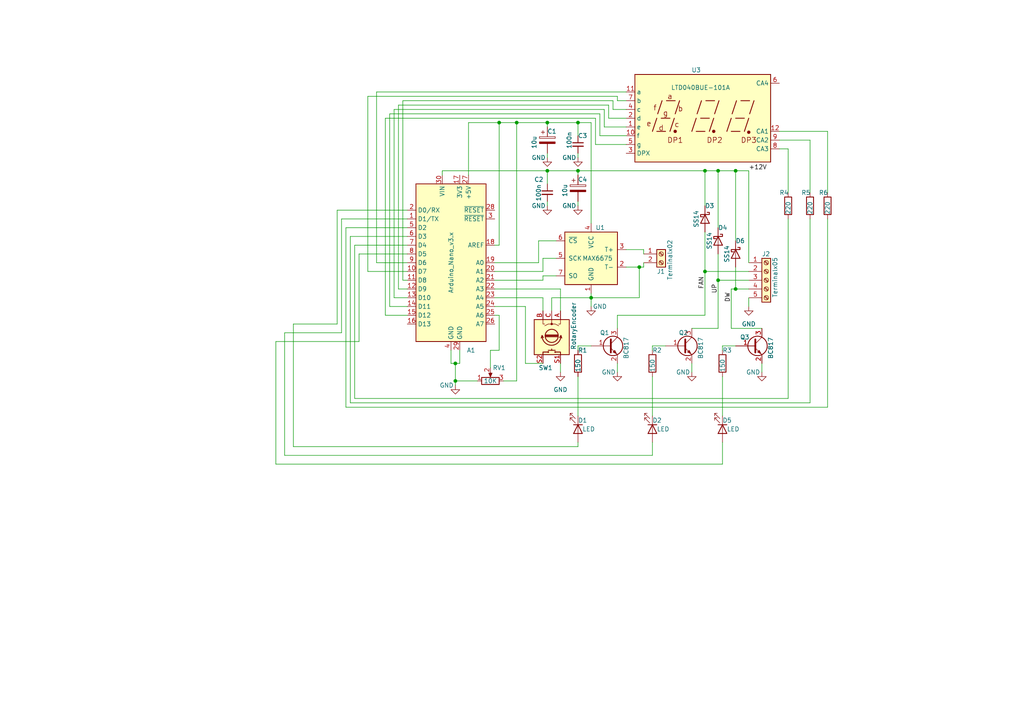
<source format=kicad_sch>
(kicad_sch (version 20211123) (generator eeschema)
  (paper "A4")
  (lib_symbols
    (symbol "Connector:Screw_Terminal_01x02" (pin_names (offset 1.016) hide)
      (property "Reference" "J" (at 0 2.54 0))
      (property "Value" "Screw_Terminal_01x02" (at 0 -5.08 0))
      (symbol "Screw_Terminal_01x02_1_1"
        (rectangle (start -1.27 1.27) (end 1.27 -3.81) (stroke (width 0.254)) (fill (type background)))
        (circle (center 0 -2.54) (radius 0.635) (stroke (width 0.1524)))
        (polyline (pts (xy -0.5334 -2.2098) (xy 0.3302 -3.048)) (stroke (width 0.1524)))
        (polyline (pts (xy -0.5334 0.3302) (xy 0.3302 -0.508)) (stroke (width 0.1524)))
        (polyline (pts (xy -0.3556 -2.032) (xy 0.508 -2.8702)) (stroke (width 0.1524)))
        (polyline (pts (xy -0.3556 0.508) (xy 0.508 -0.3302)) (stroke (width 0.1524)))
        (circle (center 0 0) (radius 0.635) (stroke (width 0.1524)))
        (pin passive line (at -5.08 0 0) (length 3.81) (name "Pin_1") (number "1"))
        (pin passive line (at -5.08 -2.54 0) (length 3.81) (name "Pin_2") (number "2"))
      )
    )
    (symbol "Connector:Screw_Terminal_01x05" (pin_names (offset 1.016) hide)
      (property "Reference" "J" (at 0 7.62 0))
      (property "Value" "Screw_Terminal_01x05" (at 0 -7.62 0))
      (symbol "Screw_Terminal_01x05_1_1"
        (rectangle (start -1.27 6.35) (end 1.27 -6.35) (stroke (width 0.254)) (fill (type background)))
        (circle (center 0 -5.08) (radius 0.635) (stroke (width 0.1524)))
        (circle (center 0 -2.54) (radius 0.635) (stroke (width 0.1524)))
        (polyline (pts (xy -0.5334 -4.7498) (xy 0.3302 -5.588)) (stroke (width 0.1524)))
        (polyline (pts (xy -0.5334 -2.2098) (xy 0.3302 -3.048)) (stroke (width 0.1524)))
        (polyline (pts (xy -0.5334 0.3302) (xy 0.3302 -0.508)) (stroke (width 0.1524)))
        (polyline (pts (xy -0.5334 2.8702) (xy 0.3302 2.032)) (stroke (width 0.1524)))
        (polyline (pts (xy -0.5334 5.4102) (xy 0.3302 4.572)) (stroke (width 0.1524)))
        (polyline (pts (xy -0.3556 -4.572) (xy 0.508 -5.4102)) (stroke (width 0.1524)))
        (polyline (pts (xy -0.3556 -2.032) (xy 0.508 -2.8702)) (stroke (width 0.1524)))
        (polyline (pts (xy -0.3556 0.508) (xy 0.508 -0.3302)) (stroke (width 0.1524)))
        (polyline (pts (xy -0.3556 3.048) (xy 0.508 2.2098)) (stroke (width 0.1524)))
        (polyline (pts (xy -0.3556 5.588) (xy 0.508 4.7498)) (stroke (width 0.1524)))
        (circle (center 0 0) (radius 0.635) (stroke (width 0.1524)))
        (circle (center 0 2.54) (radius 0.635) (stroke (width 0.1524)))
        (circle (center 0 5.08) (radius 0.635) (stroke (width 0.1524)))
        (pin passive line (at -5.08 5.08 0) (length 3.81) (name "Pin_1") (number "1"))
        (pin passive line (at -5.08 2.54 0) (length 3.81) (name "Pin_2") (number "2"))
        (pin passive line (at -5.08 0 0) (length 3.81) (name "Pin_3") (number "3"))
        (pin passive line (at -5.08 -2.54 0) (length 3.81) (name "Pin_4") (number "4"))
        (pin passive line (at -5.08 -5.08 0) (length 3.81) (name "Pin_5") (number "5"))
      )
    )
    (symbol "Device:C_Polarized" (pin_numbers hide) (pin_names (offset 0.254))
      (property "Reference" "C" (at 0.635 2.54 0))
      (property "Value" "C_Polarized" (at 0.635 -2.54 0))
      (symbol "C_Polarized_0_1"
        (rectangle (start -2.286 0.508) (end 2.286 1.016))
        (polyline (pts (xy -1.778 2.286) (xy -0.762 2.286)))
        (polyline (pts (xy -1.27 2.794) (xy -1.27 1.778)))
        (rectangle (start 2.286 -0.508) (end -2.286 -1.016) (fill (type outline)))
      )
      (symbol "C_Polarized_1_1"
        (pin passive line (at 0 3.81 270) (length 2.794) (name "~") (number "1"))
        (pin passive line (at 0 -3.81 90) (length 2.794) (name "~") (number "2"))
      )
    )
    (symbol "Device:C_Small" (pin_numbers hide) (pin_names (offset 0.254) hide)
      (property "Reference" "C" (at 0.254 1.778 0))
      (property "Value" "C_Small" (at 0.254 -2.032 0))
      (symbol "C_Small_0_1"
        (polyline (pts (xy -1.524 -0.508) (xy 1.524 -0.508)) (stroke (width 0.3302)))
        (polyline (pts (xy -1.524 0.508) (xy 1.524 0.508)) (stroke (width 0.3048)))
      )
      (symbol "C_Small_1_1"
        (pin passive line (at 0 2.54 270) (length 2.032) (name "~") (number "1"))
        (pin passive line (at 0 -2.54 90) (length 2.032) (name "~") (number "2"))
      )
    )
    (symbol "Device:D_Schottky" (pin_numbers hide) (pin_names (offset 1.016) hide)
      (property "Reference" "D" (at 0 2.54 0))
      (property "Value" "D_Schottky" (at 0 -2.54 0))
      (symbol "D_Schottky_0_1"
        (polyline (pts (xy 1.27 0) (xy -1.27 0)))
        (polyline (pts (xy 1.27 1.27) (xy 1.27 -1.27) (xy -1.27 0) (xy 1.27 1.27)) (stroke (width 0.254)))
        (polyline (pts (xy -1.905 0.635) (xy -1.905 1.27) (xy -1.27 1.27) (xy -1.27 -1.27) (xy -0.635 -1.27) (xy -0.635 -0.635)) (stroke (width 0.254)))
      )
      (symbol "D_Schottky_1_1"
        (pin passive line (at -3.81 0 0) (length 2.54) (name "K") (number "1"))
        (pin passive line (at 3.81 0 180) (length 2.54) (name "A") (number "2"))
      )
    )
    (symbol "Device:LED" (pin_numbers hide) (pin_names (offset 1.016) hide)
      (property "Reference" "D" (at 0 2.54 0))
      (property "Value" "LED" (at 0 -2.54 0))
      (symbol "LED_0_1"
        (polyline (pts (xy -1.27 -1.27) (xy -1.27 1.27)) (stroke (width 0.254)))
        (polyline (pts (xy -1.27 0) (xy 1.27 0)))
        (polyline (pts (xy 1.27 -1.27) (xy 1.27 1.27) (xy -1.27 0) (xy 1.27 -1.27)) (stroke (width 0.254)))
        (polyline (pts (xy -3.048 -0.762) (xy -4.572 -2.286) (xy -3.81 -2.286) (xy -4.572 -2.286) (xy -4.572 -1.524)))
        (polyline (pts (xy -1.778 -0.762) (xy -3.302 -2.286) (xy -2.54 -2.286) (xy -3.302 -2.286) (xy -3.302 -1.524)))
      )
      (symbol "LED_1_1"
        (pin passive line (at -3.81 0 0) (length 2.54) (name "K") (number "1"))
        (pin passive line (at 3.81 0 180) (length 2.54) (name "A") (number "2"))
      )
    )
    (symbol "Device:R" (pin_numbers hide) (pin_names (offset 0))
      (property "Reference" "R" (at 2.032 0 90))
      (property "Value" "R" (at 0 0 90))
      (symbol "R_0_1"
        (rectangle (start -1.016 -2.54) (end 1.016 2.54) (stroke (width 0.254)))
      )
      (symbol "R_1_1"
        (pin passive line (at 0 3.81 270) (length 1.27) (name "~") (number "1"))
        (pin passive line (at 0 -3.81 90) (length 1.27) (name "~") (number "2"))
      )
    )
    (symbol "Device:R_Potentiometer" (pin_names (offset 1.016) hide)
      (property "Reference" "RV" (at -4.445 0 90))
      (property "Value" "R_Potentiometer" (at -2.54 0 90))
      (symbol "R_Potentiometer_0_1"
        (polyline (pts (xy 2.54 0) (xy 1.524 0)))
        (polyline (pts (xy 1.143 0) (xy 2.286 0.508) (xy 2.286 -0.508) (xy 1.143 0)) (fill (type outline)))
        (rectangle (start 1.016 2.54) (end -1.016 -2.54) (stroke (width 0.254)))
      )
      (symbol "R_Potentiometer_1_1"
        (pin passive line (at 0 3.81 270) (length 1.27) (name "1") (number "1"))
        (pin passive line (at 3.81 0 180) (length 1.27) (name "2") (number "2"))
        (pin passive line (at 0 -3.81 90) (length 1.27) (name "3") (number "3"))
      )
    )
    (symbol "Device:RotaryEncoder_Switch" (pin_names (offset 0.254) hide)
      (property "Reference" "SW" (at 0 6.604 0))
      (property "Value" "RotaryEncoder_Switch" (at 0 -6.604 0))
      (symbol "RotaryEncoder_Switch_0_1"
        (rectangle (start -5.08 5.08) (end 5.08 -5.08) (stroke (width 0.254)) (fill (type background)))
        (circle (center -3.81 0) (radius 0.254) (fill (type outline)))
        (arc (start -0.381 -2.794) (mid 2.3622 -0.0508) (end -0.381 2.667) (stroke (width 0.254)))
        (circle (center -0.381 0) (radius 1.905) (stroke (width 0.254)))
        (polyline (pts (xy -0.635 -1.778) (xy -0.635 1.778)) (stroke (width 0.254)))
        (polyline (pts (xy -0.381 -1.778) (xy -0.381 1.778)) (stroke (width 0.254)))
        (polyline (pts (xy -0.127 1.778) (xy -0.127 -1.778)) (stroke (width 0.254)))
        (polyline (pts (xy 3.81 0) (xy 3.429 0)) (stroke (width 0.254)))
        (polyline (pts (xy 3.81 1.016) (xy 3.81 -1.016)) (stroke (width 0.254)))
        (polyline (pts (xy -5.08 -2.54) (xy -3.81 -2.54) (xy -3.81 -2.032)))
        (polyline (pts (xy -5.08 2.54) (xy -3.81 2.54) (xy -3.81 2.032)))
        (polyline (pts (xy 0.254 -3.048) (xy -0.508 -2.794) (xy 0.127 -2.413)) (stroke (width 0.254)))
        (polyline (pts (xy 0.254 2.921) (xy -0.508 2.667) (xy 0.127 2.286)) (stroke (width 0.254)))
        (polyline (pts (xy 5.08 -2.54) (xy 4.318 -2.54) (xy 4.318 -1.016)) (stroke (width 0.254)))
        (polyline (pts (xy 5.08 2.54) (xy 4.318 2.54) (xy 4.318 1.016)) (stroke (width 0.254)))
        (polyline (pts (xy -5.08 0) (xy -3.81 0) (xy -3.81 -1.016) (xy -3.302 -2.032)))
        (polyline (pts (xy -4.318 0) (xy -3.81 0) (xy -3.81 1.016) (xy -3.302 2.032)))
        (circle (center 4.318 -1.016) (radius 0.127) (stroke (width 0.254)))
        (circle (center 4.318 1.016) (radius 0.127) (stroke (width 0.254)))
      )
      (symbol "RotaryEncoder_Switch_1_1"
        (pin passive line (at -7.62 2.54 0) (length 2.54) (name "A") (number "A"))
        (pin passive line (at -7.62 -2.54 0) (length 2.54) (name "B") (number "B"))
        (pin passive line (at -7.62 0 0) (length 2.54) (name "C") (number "C"))
        (pin passive line (at 7.62 2.54 180) (length 2.54) (name "S1") (number "S1"))
        (pin passive line (at 7.62 -2.54 180) (length 2.54) (name "S2") (number "S2"))
      )
    )
    (symbol "Display_Character:CA56-12SRWA"
      (property "Reference" "U?" (at -5.715 17.78 0))
      (property "Value" "LTD040BUE-101A" (at -5.715 15.24 0))
      (symbol "CA56-12SRWA_0_0"
        (rectangle (start -25.4 12.7) (end 13.97 -12.7) (stroke (width 0.254)) (fill (type background)))
        (polyline (pts (xy -20.32 -3.81) (xy -19.05 0)) (stroke (width 0.254)))
        (polyline (pts (xy -19.05 -3.81) (xy -16.51 -3.81)) (stroke (width 0.254)))
        (polyline (pts (xy -18.796 1.27) (xy -17.526 5.08)) (stroke (width 0.254)))
        (polyline (pts (xy -17.78 0) (xy -15.24 0)) (stroke (width 0.254)))
        (polyline (pts (xy -16.256 5.08) (xy -13.716 5.08)) (stroke (width 0.254)))
        (polyline (pts (xy -15.24 -3.81) (xy -13.97 0)) (stroke (width 0.254)))
        (polyline (pts (xy -13.716 1.27) (xy -12.446 5.08)) (stroke (width 0.254)))
        (polyline (pts (xy -8.89 -3.81) (xy -7.62 0)) (stroke (width 0.254)))
        (polyline (pts (xy -7.62 -3.81) (xy -5.08 -3.81)) (stroke (width 0.254)))
        (polyline (pts (xy -7.366 1.27) (xy -6.096 5.08)) (stroke (width 0.254)))
        (polyline (pts (xy -6.35 0) (xy -3.81 0)) (stroke (width 0.254)))
        (polyline (pts (xy -4.826 5.08) (xy -2.286 5.08)) (stroke (width 0.254)))
        (polyline (pts (xy -3.81 -3.81) (xy -2.54 0)) (stroke (width 0.254)))
        (polyline (pts (xy -2.286 1.27) (xy -1.016 5.08)) (stroke (width 0.254)))
        (polyline (pts (xy 1.27 -3.81) (xy 2.54 0)) (stroke (width 0.254)))
        (polyline (pts (xy 2.54 -3.81) (xy 5.08 -3.81)) (stroke (width 0.254)))
        (polyline (pts (xy 2.794 1.27) (xy 4.064 5.08)) (stroke (width 0.254)))
        (polyline (pts (xy 3.81 0) (xy 6.35 0)) (stroke (width 0.254)))
        (polyline (pts (xy 5.334 5.08) (xy 7.874 5.08)) (stroke (width 0.254)))
        (polyline (pts (xy 6.35 -3.81) (xy 7.62 0)) (stroke (width 0.254)))
        (polyline (pts (xy 7.874 1.27) (xy 9.144 5.08)) (stroke (width 0.254)))
        (text "a" (at -15.24 6.35 0) (effects (font (size 1.524 1.524))))
        (text "b" (at -12.192 2.794 0) (effects (font (size 1.524 1.524))))
        (text "c" (at -13.208 -1.778 0) (effects (font (size 1.524 1.524))))
        (text "d" (at -17.78 -2.794 0) (effects (font (size 1.524 1.524))))
        (text "DP1" (at -13.716 -6.35 0) (effects (font (size 1.524 1.524))))
        (text "DP2" (at -2.286 -6.35 0) (effects (font (size 1.524 1.524))))
        (text "DP3" (at 7.62 -6.35 0) (effects (font (size 1.524 1.524))))
        (text "e" (at -21.336 -1.524 0) (effects (font (size 1.524 1.524))))
        (text "f" (at -19.558 3.048 0) (effects (font (size 1.524 1.524))))
        (text "g" (at -16.51 1.524 0) (effects (font (size 1.524 1.524))))
      )
      (symbol "CA56-12SRWA_0_1"
        (circle (center -13.716 -3.81) (radius 0.3556) (stroke (width 0.254)) (fill (type outline)))
        (circle (center -2.54 -3.81) (radius 0.3556) (stroke (width 0.254)) (fill (type outline)))
      )
      (symbol "CA56-12SRWA_1_0"
        (circle (center 7.62 -4.064) (radius 0.3556) (stroke (width 0.254)) (fill (type outline)))
      )
      (symbol "CA56-12SRWA_1_1"
        (pin input line (at -27.94 -2.54 0) (length 2.54) (name "e") (number "1"))
        (pin input line (at -27.94 -5.08 0) (length 2.54) (name "f") (number "10"))
        (pin input line (at -27.94 7.62 0) (length 2.54) (name "a") (number "11"))
        (pin input line (at 16.51 -3.81 180) (length 2.54) (name "CA1") (number "12"))
        (pin input line (at -27.94 0 0) (length 2.54) (name "d") (number "2"))
        (pin input line (at -27.94 -10.16 0) (length 2.54) (name "DPX") (number "3"))
        (pin input line (at -27.94 2.54 0) (length 2.54) (name "c") (number "4"))
        (pin input line (at -27.94 -7.62 0) (length 2.54) (name "g") (number "5"))
        (pin input line (at 16.51 10.16 180) (length 2.54) (name "CA4") (number "6"))
        (pin input line (at -27.94 5.08 0) (length 2.54) (name "b") (number "7"))
        (pin input line (at 16.51 -8.89 180) (length 2.54) (name "CA3") (number "8"))
        (pin input line (at 16.51 -6.35 180) (length 2.54) (name "CA2") (number "9"))
      )
    )
    (symbol "MCU_Module:Arduino_Nano_v3.x"
      (property "Reference" "A" (at -10.16 23.495 0))
      (property "Value" "Arduino_Nano_v3.x" (at 5.08 -24.13 0))
      (symbol "Arduino_Nano_v3.x_0_1"
        (rectangle (start -10.16 22.86) (end 10.16 -22.86) (stroke (width 0.254)) (fill (type background)))
      )
      (symbol "Arduino_Nano_v3.x_1_1"
        (pin bidirectional line (at -12.7 12.7 0) (length 2.54) (name "D1/TX") (number "1"))
        (pin bidirectional line (at -12.7 -2.54 0) (length 2.54) (name "D7") (number "10"))
        (pin bidirectional line (at -12.7 -5.08 0) (length 2.54) (name "D8") (number "11"))
        (pin bidirectional line (at -12.7 -7.62 0) (length 2.54) (name "D9") (number "12"))
        (pin bidirectional line (at -12.7 -10.16 0) (length 2.54) (name "D10") (number "13"))
        (pin bidirectional line (at -12.7 -12.7 0) (length 2.54) (name "D11") (number "14"))
        (pin bidirectional line (at -12.7 -15.24 0) (length 2.54) (name "D12") (number "15"))
        (pin bidirectional line (at -12.7 -17.78 0) (length 2.54) (name "D13") (number "16"))
        (pin power_out line (at 2.54 25.4 270) (length 2.54) (name "3V3") (number "17"))
        (pin input line (at 12.7 5.08 180) (length 2.54) (name "AREF") (number "18"))
        (pin bidirectional line (at 12.7 0 180) (length 2.54) (name "A0") (number "19"))
        (pin bidirectional line (at -12.7 15.24 0) (length 2.54) (name "D0/RX") (number "2"))
        (pin bidirectional line (at 12.7 -2.54 180) (length 2.54) (name "A1") (number "20"))
        (pin bidirectional line (at 12.7 -5.08 180) (length 2.54) (name "A2") (number "21"))
        (pin bidirectional line (at 12.7 -7.62 180) (length 2.54) (name "A3") (number "22"))
        (pin bidirectional line (at 12.7 -10.16 180) (length 2.54) (name "A4") (number "23"))
        (pin bidirectional line (at 12.7 -12.7 180) (length 2.54) (name "A5") (number "24"))
        (pin bidirectional line (at 12.7 -15.24 180) (length 2.54) (name "A6") (number "25"))
        (pin bidirectional line (at 12.7 -17.78 180) (length 2.54) (name "A7") (number "26"))
        (pin power_out line (at 5.08 25.4 270) (length 2.54) (name "+5V") (number "27"))
        (pin input line (at 12.7 15.24 180) (length 2.54) (name "~{RESET}") (number "28"))
        (pin power_in line (at 2.54 -25.4 90) (length 2.54) (name "GND") (number "29"))
        (pin input line (at 12.7 12.7 180) (length 2.54) (name "~{RESET}") (number "3"))
        (pin power_in line (at -2.54 25.4 270) (length 2.54) (name "VIN") (number "30"))
        (pin power_in line (at 0 -25.4 90) (length 2.54) (name "GND") (number "4"))
        (pin bidirectional line (at -12.7 10.16 0) (length 2.54) (name "D2") (number "5"))
        (pin bidirectional line (at -12.7 7.62 0) (length 2.54) (name "D3") (number "6"))
        (pin bidirectional line (at -12.7 5.08 0) (length 2.54) (name "D4") (number "7"))
        (pin bidirectional line (at -12.7 2.54 0) (length 2.54) (name "D5") (number "8"))
        (pin bidirectional line (at -12.7 0 0) (length 2.54) (name "D6") (number "9"))
      )
    )
    (symbol "Sensor_Temperature:MAX31855KASA" (pin_names (offset 1.016))
      (property "Reference" "U?" (at 0.5206 12.7 0))
      (property "Value" "MAX31855KASA" (at 0.5206 10.16 0))
      (symbol "MAX31855KASA_0_1"
        (rectangle (start -7.62 7.62) (end 7.62 -7.62) (stroke (width 0.254)) (fill (type background)))
      )
      (symbol "MAX31855KASA_1_1"
        (pin power_in line (at 0 -10.16 90) (length 2.54) (name "GND") (number "1"))
        (pin passive line (at -10.16 -2.54 0) (length 2.54) (name "T-") (number "2"))
        (pin passive line (at -10.16 2.54 0) (length 2.54) (name "T+") (number "3"))
        (pin power_in line (at 0 10.16 270) (length 2.54) (name "VCC") (number "4"))
        (pin input line (at 10.16 0 180) (length 2.54) (name "SCK") (number "5"))
        (pin input line (at 10.16 5.08 180) (length 2.54) (name "~{CS}") (number "6"))
        (pin tri_state line (at 10.16 -5.08 180) (length 2.54) (name "SO") (number "7"))
      )
    )
    (symbol "Transistor_BJT:BC817" (pin_names (offset 0) hide)
      (property "Reference" "Q" (at 5.08 1.905 0))
      (property "Value" "BC817" (at 5.08 0 0))
      (symbol "BC817_0_1"
        (polyline (pts (xy 0.635 0.635) (xy 2.54 2.54)))
        (polyline (pts (xy 0.635 -0.635) (xy 2.54 -2.54) (xy 2.54 -2.54)))
        (polyline (pts (xy 0.635 1.905) (xy 0.635 -1.905) (xy 0.635 -1.905)) (stroke (width 0.508)))
        (polyline (pts (xy 1.27 -1.778) (xy 1.778 -1.27) (xy 2.286 -2.286) (xy 1.27 -1.778) (xy 1.27 -1.778)) (fill (type outline)))
        (circle (center 1.27 0) (radius 2.8194) (stroke (width 0.254)))
      )
      (symbol "BC817_1_1"
        (pin input line (at -5.08 0 0) (length 5.715) (name "B") (number "1"))
        (pin passive line (at 2.54 -5.08 90) (length 2.54) (name "E") (number "2"))
        (pin passive line (at 2.54 5.08 270) (length 2.54) (name "C") (number "3"))
      )
    )
    (symbol "power:GND" (power) (pin_names (offset 0))
      (property "Value" "GND" (at 0 -3.81 0))
      (symbol "GND_0_1"
        (polyline (pts (xy 0 0) (xy 0 -1.27) (xy 1.27 -1.27) (xy 0 -2.54) (xy -1.27 -1.27) (xy 0 -1.27)))
      )
      (symbol "GND_1_1"
        (pin power_in line (at 0 0 270) (length 0) hide (name "GND") (number "1"))
      )
    )
  )
  (junction (at 149.86 35.56))
  (junction (at 132.08 105.41))
  (junction (at 167.64 35.56))
  (junction (at 208.28 81.28))
  (junction (at 204.47 78.74))
  (junction (at 144.78 35.56))
  (junction (at 208.28 49.53))
  (junction (at 132.08 110.49))
  (junction (at 158.75 35.56))
  (junction (at 185.42 77.47))
  (junction (at 158.75 49.53))
  (junction (at 213.36 49.53))
  (junction (at 213.36 83.82))
  (junction (at 171.45 86.36))
  (junction (at 204.47 49.53))
  (junction (at 167.64 49.53))
  (wire (pts (xy 228.6 43.18) (xy 226.06 43.18)))
  (wire (pts (xy 104.14 73.66) (xy 118.11 73.66)))
  (wire (pts (xy 116.84 81.28) (xy 118.11 81.28)))
  (wire (pts (xy 234.95 40.64) (xy 226.06 40.64)))
  (wire (pts (xy 158.75 35.56) (xy 158.75 36.83)))
  (wire (pts (xy 157.48 80.01) (xy 157.48 81.28)))
  (wire (pts (xy 213.36 100.33) (xy 209.55 100.33)))
  (wire (pts (xy 171.45 35.56) (xy 171.45 64.77)))
  (wire (pts (xy 181.61 31.75) (xy 177.8 31.75)))
  (wire (pts (xy 240.03 38.1) (xy 240.03 55.88)))
  (wire (pts (xy 142.24 101.6) (xy 142.24 106.68)))
  (wire (pts (xy 209.55 128.27) (xy 209.55 134.62)))
  (wire (pts (xy 118.11 76.2) (xy 109.22 76.2)))
  (wire (pts (xy 172.72 34.29) (xy 111.76 34.29)))
  (wire (pts (xy 118.11 66.04) (xy 100.33 66.04)))
  (wire (pts (xy 149.86 35.56) (xy 158.75 35.56)))
  (wire (pts (xy 212.09 83.82) (xy 213.36 83.82)))
  (wire (pts (xy 162.56 105.41) (xy 162.56 107.95)))
  (wire (pts (xy 144.78 101.6) (xy 142.24 101.6)))
  (wire (pts (xy 118.11 60.96) (xy 97.79 60.96)))
  (wire (pts (xy 204.47 91.44) (xy 204.47 78.74)))
  (wire (pts (xy 82.55 132.08) (xy 82.55 96.52)))
  (wire (pts (xy 176.53 30.48) (xy 115.57 30.48)))
  (wire (pts (xy 113.03 88.9) (xy 118.11 88.9)))
  (wire (pts (xy 226.06 38.1) (xy 240.03 38.1)))
  (wire (pts (xy 212.09 95.25) (xy 212.09 83.82)))
  (wire (pts (xy 133.35 101.6) (xy 133.35 105.41)))
  (wire (pts (xy 144.78 71.12) (xy 143.51 71.12)))
  (wire (pts (xy 158.75 35.56) (xy 167.64 35.56)))
  (wire (pts (xy 111.76 91.44) (xy 118.11 91.44)))
  (wire (pts (xy 161.29 80.01) (xy 157.48 80.01)))
  (wire (pts (xy 101.6 68.58) (xy 118.11 68.58)))
  (wire (pts (xy 177.8 31.75) (xy 177.8 29.21)))
  (wire (pts (xy 162.56 83.82) (xy 162.56 90.17)))
  (wire (pts (xy 171.45 86.36) (xy 171.45 88.9)))
  (wire (pts (xy 189.23 128.27) (xy 189.23 132.08)))
  (wire (pts (xy 234.95 40.64) (xy 234.95 55.88)))
  (wire (pts (xy 138.43 110.49) (xy 132.08 110.49)))
  (wire (pts (xy 152.4 105.41) (xy 157.48 105.41)))
  (wire (pts (xy 143.51 83.82) (xy 162.56 83.82)))
  (wire (pts (xy 217.17 86.36) (xy 217.17 88.9)))
  (wire (pts (xy 97.79 93.98) (xy 85.09 93.98)))
  (wire (pts (xy 130.81 105.41) (xy 132.08 105.41)))
  (wire (pts (xy 171.45 100.33) (xy 167.64 100.33)))
  (wire (pts (xy 217.17 76.2) (xy 217.17 49.53)))
  (wire (pts (xy 217.17 49.53) (xy 213.36 49.53)))
  (wire (pts (xy 213.36 49.53) (xy 213.36 69.85)))
  (wire (pts (xy 80.01 99.06) (xy 80.01 134.62)))
  (wire (pts (xy 144.78 35.56) (xy 144.78 71.12)))
  (wire (pts (xy 115.57 30.48) (xy 115.57 83.82)))
  (wire (pts (xy 172.72 41.91) (xy 172.72 34.29)))
  (wire (pts (xy 167.64 44.45) (xy 167.64 45.72)))
  (wire (pts (xy 135.89 35.56) (xy 135.89 50.8)))
  (wire (pts (xy 116.84 29.21) (xy 116.84 81.28)))
  (wire (pts (xy 143.51 76.2) (xy 156.21 76.2)))
  (wire (pts (xy 156.21 76.2) (xy 156.21 69.85)))
  (wire (pts (xy 181.61 36.83) (xy 175.26 36.83)))
  (wire (pts (xy 160.02 86.36) (xy 171.45 86.36)))
  (wire (pts (xy 173.99 39.37) (xy 173.99 33.02)))
  (wire (pts (xy 181.61 39.37) (xy 173.99 39.37)))
  (wire (pts (xy 111.76 34.29) (xy 111.76 91.44)))
  (wire (pts (xy 213.36 49.53) (xy 208.28 49.53)))
  (wire (pts (xy 228.6 63.5) (xy 228.6 115.57)))
  (wire (pts (xy 209.55 134.62) (xy 80.01 134.62)))
  (wire (pts (xy 130.81 101.6) (xy 130.81 105.41)))
  (wire (pts (xy 152.4 88.9) (xy 152.4 105.41)))
  (wire (pts (xy 179.07 29.21) (xy 179.07 27.94)))
  (wire (pts (xy 181.61 34.29) (xy 176.53 34.29)))
  (wire (pts (xy 143.51 91.44) (xy 144.78 91.44)))
  (wire (pts (xy 128.27 49.53) (xy 128.27 50.8)))
  (wire (pts (xy 175.26 36.83) (xy 175.26 31.75)))
  (wire (pts (xy 209.55 109.22) (xy 209.55 120.65)))
  (wire (pts (xy 143.51 81.28) (xy 157.48 81.28)))
  (wire (pts (xy 204.47 67.31) (xy 204.47 78.74)))
  (wire (pts (xy 102.87 115.57) (xy 228.6 115.57)))
  (wire (pts (xy 157.48 74.93) (xy 157.48 78.74)))
  (wire (pts (xy 85.09 93.98) (xy 85.09 129.54)))
  (wire (pts (xy 234.95 63.5) (xy 234.95 116.84)))
  (wire (pts (xy 181.61 77.47) (xy 185.42 77.47)))
  (wire (pts (xy 167.64 49.53) (xy 204.47 49.53)))
  (wire (pts (xy 158.75 49.53) (xy 167.64 49.53)))
  (wire (pts (xy 97.79 60.96) (xy 97.79 93.98)))
  (wire (pts (xy 114.3 31.75) (xy 114.3 86.36)))
  (wire (pts (xy 102.87 71.12) (xy 102.87 115.57)))
  (wire (pts (xy 85.09 129.54) (xy 167.64 129.54)))
  (wire (pts (xy 208.28 49.53) (xy 204.47 49.53)))
  (wire (pts (xy 167.64 35.56) (xy 171.45 35.56)))
  (wire (pts (xy 185.42 77.47) (xy 185.42 86.36)))
  (wire (pts (xy 167.64 58.42) (xy 167.64 59.69)))
  (wire (pts (xy 113.03 33.02) (xy 113.03 88.9)))
  (wire (pts (xy 128.27 49.53) (xy 158.75 49.53)))
  (wire (pts (xy 186.69 76.2) (xy 186.69 77.47)))
  (wire (pts (xy 167.64 109.22) (xy 167.64 120.65)))
  (wire (pts (xy 181.61 29.21) (xy 179.07 29.21)))
  (wire (pts (xy 213.36 83.82) (xy 217.17 83.82)))
  (wire (pts (xy 99.06 63.5) (xy 99.06 96.52)))
  (wire (pts (xy 175.26 31.75) (xy 114.3 31.75)))
  (wire (pts (xy 101.6 116.84) (xy 234.95 116.84)))
  (wire (pts (xy 144.78 35.56) (xy 135.89 35.56)))
  (wire (pts (xy 109.22 76.2) (xy 109.22 26.67)))
  (wire (pts (xy 146.05 110.49) (xy 149.86 110.49)))
  (wire (pts (xy 158.75 58.42) (xy 158.75 59.69)))
  (wire (pts (xy 220.98 105.41) (xy 220.98 107.95)))
  (wire (pts (xy 204.47 49.53) (xy 204.47 59.69)))
  (wire (pts (xy 144.78 91.44) (xy 144.78 101.6)))
  (wire (pts (xy 179.07 105.41) (xy 179.07 107.95)))
  (wire (pts (xy 204.47 78.74) (xy 217.17 78.74)))
  (wire (pts (xy 220.98 95.25) (xy 212.09 95.25)))
  (wire (pts (xy 189.23 100.33) (xy 193.04 100.33)))
  (wire (pts (xy 167.64 49.53) (xy 167.64 50.8)))
  (wire (pts (xy 161.29 74.93) (xy 157.48 74.93)))
  (wire (pts (xy 167.64 129.54) (xy 167.64 128.27)))
  (wire (pts (xy 143.51 86.36) (xy 157.48 86.36)))
  (wire (pts (xy 186.69 73.66) (xy 186.69 72.39)))
  (wire (pts (xy 208.28 95.25) (xy 200.66 95.25)))
  (wire (pts (xy 171.45 86.36) (xy 171.45 85.09)))
  (wire (pts (xy 82.55 96.52) (xy 99.06 96.52)))
  (wire (pts (xy 115.57 83.82) (xy 118.11 83.82)))
  (wire (pts (xy 167.64 35.56) (xy 167.64 39.37)))
  (wire (pts (xy 100.33 66.04) (xy 100.33 118.11)))
  (wire (pts (xy 132.08 105.41) (xy 133.35 105.41)))
  (wire (pts (xy 213.36 77.47) (xy 213.36 83.82)))
  (wire (pts (xy 240.03 118.11) (xy 100.33 118.11)))
  (wire (pts (xy 179.07 91.44) (xy 204.47 91.44)))
  (wire (pts (xy 200.66 105.41) (xy 200.66 107.95)))
  (wire (pts (xy 152.4 88.9) (xy 143.51 88.9)))
  (wire (pts (xy 149.86 110.49) (xy 149.86 35.56)))
  (wire (pts (xy 176.53 34.29) (xy 176.53 30.48)))
  (wire (pts (xy 209.55 100.33) (xy 209.55 101.6)))
  (wire (pts (xy 240.03 63.5) (xy 240.03 118.11)))
  (wire (pts (xy 157.48 90.17) (xy 157.48 86.36)))
  (wire (pts (xy 132.08 105.41) (xy 132.08 110.49)))
  (wire (pts (xy 149.86 35.56) (xy 144.78 35.56)))
  (wire (pts (xy 173.99 33.02) (xy 113.03 33.02)))
  (wire (pts (xy 179.07 27.94) (xy 106.68 27.94)))
  (wire (pts (xy 101.6 68.58) (xy 101.6 116.84)))
  (wire (pts (xy 167.64 100.33) (xy 167.64 101.6)))
  (wire (pts (xy 143.51 78.74) (xy 157.48 78.74)))
  (wire (pts (xy 185.42 86.36) (xy 171.45 86.36)))
  (wire (pts (xy 179.07 95.25) (xy 179.07 91.44)))
  (wire (pts (xy 186.69 72.39) (xy 181.61 72.39)))
  (wire (pts (xy 189.23 109.22) (xy 189.23 120.65)))
  (wire (pts (xy 156.21 69.85) (xy 161.29 69.85)))
  (wire (pts (xy 186.69 77.47) (xy 185.42 77.47)))
  (wire (pts (xy 80.01 99.06) (xy 104.14 99.06)))
  (wire (pts (xy 217.17 81.28) (xy 208.28 81.28)))
  (wire (pts (xy 118.11 86.36) (xy 114.3 86.36)))
  (wire (pts (xy 189.23 132.08) (xy 82.55 132.08)))
  (wire (pts (xy 181.61 41.91) (xy 172.72 41.91)))
  (wire (pts (xy 118.11 63.5) (xy 99.06 63.5)))
  (wire (pts (xy 158.75 44.45) (xy 158.75 45.72)))
  (wire (pts (xy 160.02 90.17) (xy 160.02 86.36)))
  (wire (pts (xy 228.6 43.18) (xy 228.6 55.88)))
  (wire (pts (xy 106.68 27.94) (xy 106.68 78.74)))
  (wire (pts (xy 208.28 81.28) (xy 208.28 95.25)))
  (wire (pts (xy 158.75 49.53) (xy 158.75 53.34)))
  (wire (pts (xy 189.23 101.6) (xy 189.23 100.33)))
  (wire (pts (xy 177.8 29.21) (xy 116.84 29.21)))
  (wire (pts (xy 106.68 78.74) (xy 118.11 78.74)))
  (wire (pts (xy 208.28 49.53) (xy 208.28 66.04)))
  (wire (pts (xy 118.11 71.12) (xy 102.87 71.12)))
  (wire (pts (xy 109.22 26.67) (xy 181.61 26.67)))
  (wire (pts (xy 104.14 99.06) (xy 104.14 73.66)))
  (wire (pts (xy 132.08 110.49) (xy 132.08 111.76)))
  (wire (pts (xy 208.28 73.66) (xy 208.28 81.28)))
  (label "FAN" (at 204.47 83.82 90))
  (label "UP" (at 208.28 85.09 90))
  (label "+12V" (at 217.17 49.53 0))
  (label "DW" (at 212.09 87.63 90))
  (symbol (lib_id "power:GND") (at 220.98 107.95 0) (unit 1)
    (property "Reference" "#PWR012" (effects hide))
    (property "Value" "GND" (at 218.44 107.95 0))
  )
  (symbol (lib_id "Device:LED") (at 167.64 124.46 270) (unit 1)
    (property "Reference" "D1" (at 167.64 121.92 90) (effects (justify left)))
    (property "Value" "LED" (at 168.91 124.46 90) (effects (justify left)))
    (property "Footprint" "LED_THT:LED_D5.0mm" (effects hide))
  )
  (symbol (lib_id "Device:C_Polarized") (at 167.64 54.61 0) (unit 1)
    (property "Reference" "C4" (at 167.64 52.07 0) (effects (justify left)))
    (property "Value" "10u" (at 163.83 57.15 90) (effects (justify left)))
    (property "Footprint" "Capacitor_THT:CP_Radial_D6.3mm_P2.50mm" (effects hide))
  )
  (symbol (lib_id "power:GND") (at 217.17 88.9 0) (unit 1)
    (property "Reference" "#PWR011" (effects hide))
    (property "Value" "GND" (at 217.17 93.98 0))
  )
  (symbol (lib_id "Device:R") (at 228.6 59.69 0) (unit 1)
    (property "Reference" "R4" (at 226.06 55.88 0) (effects (justify left)))
    (property "Value" "220" (at 228.6 62.23 90) (effects (justify left)))
    (property "Footprint" "Resistor_SMD:R_1206_3216Metric_Pad1.30x1.75mm_HandSolder" (effects hide))
  )
  (symbol (lib_id "Device:R") (at 234.95 59.69 0) (unit 1)
    (property "Reference" "R5" (at 232.41 55.88 0) (effects (justify left)))
    (property "Value" "220" (at 234.95 62.23 90) (effects (justify left)))
    (property "Footprint" "Resistor_SMD:R_1206_3216Metric_Pad1.30x1.75mm_HandSolder" (effects hide))
  )
  (symbol (lib_id "power:GND") (at 162.56 107.95 0) (unit 1)
    (property "Reference" "#PWR04" (effects hide))
    (property "Value" "GND" (at 162.56 113.03 0))
  )
  (symbol (lib_id "power:GND") (at 179.07 107.95 0) (unit 1)
    (property "Reference" "#PWR08" (effects hide))
    (property "Value" "GND" (at 176.53 107.95 0))
  )
  (symbol (lib_id "Device:R_Potentiometer") (at 142.24 110.49 90) (unit 1)
    (property "Reference" "RV1" (at 144.78 106.68 90))
    (property "Value" "10K" (at 142.24 110.49 90))
    (property "Footprint" "Potentiometer_THT:Potentiometer_Alps_RK09K_Single_Vertical" (effects hide))
  )
  (symbol (lib_id "Display_Character:CA56-12SRWA") (at 209.55 34.29 0) (unit 1)
    (property "Reference" "U3" (at 201.93 20.32 0))
    (property "Value" "LTD040BUE-101A" (at 203.2 25.4 0))
    (property "Footprint" "Display3bit:LTD040BUE-101A" (effects hide))
  )
  (symbol (lib_id "Device:D_Schottky") (at 208.28 69.85 270) (unit 1)
    (property "Reference" "D4" (at 208.28 66.04 90) (effects (justify left)))
    (property "Value" "SS14" (at 205.74 67.31 0) (effects (justify left)))
    (property "Footprint" "Diode_SMD:D_SMA" (effects hide))
  )
  (symbol (lib_id "Device:R") (at 167.64 105.41 0) (unit 1)
    (property "Reference" "R1" (at 167.64 101.6 0) (effects (justify left)))
    (property "Value" "150" (at 167.64 107.95 90) (effects (justify left)))
    (property "Footprint" "Resistor_SMD:R_1206_3216Metric_Pad1.30x1.75mm_HandSolder" (effects hide))
  )
  (symbol (lib_id "Sensor_Temperature:MAX31855KASA") (at 171.45 74.93 0) (mirror y) (unit 1)
    (property "Reference" "U1" (at 172.72 66.04 0) (effects (justify right)))
    (property "Value" "MAX6675" (at 168.91 74.93 0) (effects (justify right)))
    (property "Footprint" "Package_SO:SOIC-8_3.9x4.9mm_P1.27mm" (effects hide))
    (property "Datasheet" "http://datasheets.maximintegrated.com/en/ds/MAX31855.pdf" (effects hide))
  )
  (symbol (lib_id "Device:D_Schottky") (at 213.36 73.66 270) (unit 1)
    (property "Reference" "D6" (at 213.36 69.85 90) (effects (justify left)))
    (property "Value" "SS14" (at 210.82 71.12 0) (effects (justify left)))
    (property "Footprint" "Diode_SMD:D_SMA" (effects hide))
  )
  (symbol (lib_id "Device:R") (at 189.23 105.41 0) (unit 1)
    (property "Reference" "R2" (at 189.23 101.6 0) (effects (justify left)))
    (property "Value" "150" (at 189.23 107.95 90) (effects (justify left)))
    (property "Footprint" "Resistor_SMD:R_1206_3216Metric_Pad1.30x1.75mm_HandSolder" (effects hide))
  )
  (symbol (lib_id "Device:RotaryEncoder_Switch") (at 160.02 97.79 270) (unit 1)
    (property "Reference" "SW1" (at 156.21 106.68 90) (effects (justify left)))
    (property "Value" "RotaryEncoder" (at 166.37 87.63 0) (effects (justify left)))
    (property "Footprint" "Rotary_Encoder:RotaryEncoder_Alps_EC11E-Switch_Vertical_H20mm" (effects hide))
  )
  (symbol (lib_id "power:GND") (at 167.64 59.69 0) (unit 1)
    (property "Reference" "#PWR06" (effects hide))
    (property "Value" "GND" (at 165.1 59.69 0))
  )
  (symbol (lib_id "Connector:Screw_Terminal_01x02") (at 191.77 73.66 0) (unit 1)
    (property "Reference" "J1" (at 190.5 78.74 0) (effects (justify left)))
    (property "Value" "Terminalx02" (at 194.31 81.28 90) (effects (justify left)))
    (property "Footprint" "TerminalBlock_MetzConnect:TerminalBlock_MetzConnect_Type171_RT13702HBWC_1x02_P7.50mm_Horizontal" (effects hide))
  )
  (symbol (lib_id "Device:LED") (at 209.55 124.46 270) (unit 1)
    (property "Reference" "D5" (at 209.55 121.92 90) (effects (justify left)))
    (property "Value" "LED" (at 210.82 124.46 90) (effects (justify left)))
    (property "Footprint" "LED_THT:LED_D5.0mm" (effects hide))
  )
  (symbol (lib_id "power:GND") (at 158.75 45.72 0) (unit 1)
    (property "Reference" "#PWR02" (effects hide))
    (property "Value" "GND" (at 156.21 45.72 0))
  )
  (symbol (lib_id "Transistor_BJT:BC817") (at 176.53 100.33 0) (unit 1)
    (property "Reference" "Q1" (at 173.99 96.52 0) (effects (justify left)))
    (property "Value" "BC817" (at 181.61 104.14 90) (effects (justify left)))
    (property "Footprint" "Package_TO_SOT_SMD:SOT-23" (effects hide))
    (property "Datasheet" "https://www.onsemi.com/pub/Collateral/BC818-D.pdf" (effects hide))
  )
  (symbol (lib_id "power:GND") (at 171.45 88.9 0) (unit 1)
    (property "Reference" "#PWR07" (effects hide))
    (property "Value" "GND" (at 173.99 88.9 0))
  )
  (symbol (lib_id "power:GND") (at 132.08 111.76 0) (unit 1)
    (property "Reference" "#PWR01" (effects hide))
    (property "Value" "GND" (at 129.54 111.76 0))
  )
  (symbol (lib_id "Transistor_BJT:BC817") (at 218.44 100.33 0) (unit 1)
    (property "Reference" "Q3" (at 214.63 97.79 0) (effects (justify left)))
    (property "Value" "BC817" (at 223.52 104.14 90) (effects (justify left)))
    (property "Footprint" "Package_TO_SOT_SMD:SOT-23" (effects hide))
    (property "Datasheet" "https://www.onsemi.com/pub/Collateral/BC818-D.pdf" (effects hide))
  )
  (symbol (lib_id "Device:LED") (at 189.23 124.46 270) (unit 1)
    (property "Reference" "D2" (at 189.23 121.92 90) (effects (justify left)))
    (property "Value" "LED" (at 190.5 124.46 90) (effects (justify left)))
    (property "Footprint" "LED_THT:LED_D5.0mm" (effects hide))
  )
  (symbol (lib_id "power:GND") (at 200.66 107.95 0) (unit 1)
    (property "Reference" "#PWR010" (effects hide))
    (property "Value" "GND" (at 198.12 107.95 0))
  )
  (symbol (lib_id "Transistor_BJT:BC817") (at 198.12 100.33 0) (unit 1)
    (property "Reference" "Q2" (at 196.85 96.52 0) (effects (justify left)))
    (property "Value" "BC817" (at 203.2 104.14 90) (effects (justify left)))
    (property "Footprint" "Package_TO_SOT_SMD:SOT-23" (effects hide))
    (property "Datasheet" "https://www.onsemi.com/pub/Collateral/BC818-D.pdf" (effects hide))
  )
  (symbol (lib_id "Device:C_Small") (at 167.64 41.91 0) (unit 1)
    (property "Reference" "C3" (at 167.64 39.37 0) (effects (justify left)))
    (property "Value" "100n" (at 165.1 43.18 90) (effects (justify left)))
    (property "Footprint" "Capacitor_SMD:C_1206_3216Metric_Pad1.33x1.80mm_HandSolder" (effects hide))
  )
  (symbol (lib_id "Device:R") (at 240.03 59.69 0) (unit 1)
    (property "Reference" "R6" (at 237.49 55.88 0) (effects (justify left)))
    (property "Value" "220" (at 240.03 62.23 90) (effects (justify left)))
    (property "Footprint" "Resistor_SMD:R_1206_3216Metric_Pad1.30x1.75mm_HandSolder" (effects hide))
  )
  (symbol (lib_id "MCU_Module:Arduino_Nano_v3.x") (at 130.81 76.2 0) (unit 1)
    (property "Reference" "A1" (at 135.3694 101.6 0) (effects (justify left)))
    (property "Value" "Arduino_Nano_v3.x" (at 130.81 85.09 90) (effects (justify left)))
    (property "Footprint" "Module:Arduino_Nano" (effects hide))
    (property "Datasheet" "http://www.mouser.com/pdfdocs/Gravitech_Arduino_Nano3_0.pdf" (effects hide))
  )
  (symbol (lib_id "Connector:Screw_Terminal_01x05") (at 222.25 81.28 0) (unit 1)
    (property "Reference" "J2" (at 220.98 73.66 0) (effects (justify left)))
    (property "Value" "Terminalx05" (at 224.79 86.36 90) (effects (justify left)))
    (property "Footprint" "TerminalBlock:TerminalBlock_bornier-5_P5.08mm" (effects hide))
  )
  (symbol (lib_id "Device:R") (at 209.55 105.41 0) (unit 1)
    (property "Reference" "R3" (at 209.55 101.6 0) (effects (justify left)))
    (property "Value" "150" (at 209.55 107.95 90) (effects (justify left)))
    (property "Footprint" "Resistor_SMD:R_1206_3216Metric_Pad1.30x1.75mm_HandSolder" (effects hide))
  )
  (symbol (lib_id "Device:C_Small") (at 158.75 55.88 0) (unit 1)
    (property "Reference" "C2" (at 154.94 52.07 0) (effects (justify left)))
    (property "Value" "100n" (at 156.21 58.42 90) (effects (justify left)))
    (property "Footprint" "Capacitor_SMD:C_1206_3216Metric_Pad1.33x1.80mm_HandSolder" (effects hide))
  )
  (symbol (lib_id "Device:D_Schottky") (at 204.47 63.5 270) (unit 1)
    (property "Reference" "D3" (at 204.47 59.69 90) (effects (justify left)))
    (property "Value" "SS14" (at 201.93 60.96 0) (effects (justify left)))
    (property "Footprint" "Diode_SMD:D_SMA" (effects hide))
  )
  (symbol (lib_id "Device:C_Polarized") (at 158.75 40.64 0) (unit 1)
    (property "Reference" "C1" (at 158.75 38.1 0) (effects (justify left)))
    (property "Value" "10u" (at 154.94 43.18 90) (effects (justify left)))
    (property "Footprint" "Capacitor_THT:CP_Radial_D6.3mm_P2.50mm" (effects hide))
  )
  (symbol (lib_id "power:GND") (at 158.75 59.69 0) (unit 1)
    (property "Reference" "#PWR03" (effects hide))
    (property "Value" "GND" (at 156.21 59.69 0))
  )
  (symbol (lib_id "power:GND") (at 167.64 45.72 0) (unit 1)
    (property "Reference" "#PWR05" (effects hide))
    (property "Value" "GND" (at 165.1 45.72 0))
  )
)
</source>
